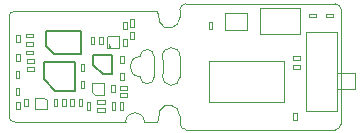
<source format=gbr>
%TF.GenerationSoftware,KiCad,Pcbnew,5.1.5+dfsg1-2~bpo10+1*%
%TF.CreationDate,2020-05-22T12:44:22+02:00*%
%TF.ProjectId,qomu-board,716f6d75-2d62-46f6-9172-642e6b696361,rev?*%
%TF.SameCoordinates,Original*%
%TF.FileFunction,Other,Fab,Bot*%
%FSLAX46Y46*%
G04 Gerber Fmt 4.6, Leading zero omitted, Abs format (unit mm)*
G04 Created by KiCad (PCBNEW 5.1.5+dfsg1-2~bpo10+1) date 2020-05-22 12:44:22 commit 5cfbf1f*
%MOMM*%
%LPD*%
G04 APERTURE LIST*
%ADD10C,0.050000*%
%ADD11C,0.010000*%
%ADD12C,0.100000*%
%ADD13C,0.150000*%
G04 APERTURE END LIST*
D10*
X45150000Y-26630000D02*
G75*
G02X44650000Y-27130000I-500000J0D01*
G01*
X44650000Y-16480000D02*
G75*
G02X45150000Y-16980000I0J-500000D01*
G01*
X31515000Y-22680000D02*
X31515000Y-20920000D01*
X29744948Y-25590113D02*
G75*
G02X31492032Y-25994015I831536J-383648D01*
G01*
X30015000Y-22610000D02*
G75*
G03X31515000Y-22680000I750000J-35000D01*
G01*
X30015000Y-21130000D02*
X30015000Y-20990000D01*
X29745000Y-18010000D02*
G75*
G03X31492032Y-17605985I831484J383761D01*
G01*
X17525000Y-17100000D02*
X29525000Y-17100000D01*
X31492032Y-17605985D02*
X31500000Y-16980000D01*
X31500000Y-26630000D02*
X31492032Y-25994015D01*
X30015000Y-20990000D02*
G75*
G02X31515000Y-20920000I750000J35000D01*
G01*
X45150000Y-26630000D02*
X45150000Y-16980000D01*
X32000000Y-27130000D02*
X44650000Y-27130000D01*
X32000000Y-16480000D02*
X44650000Y-16480000D01*
X31500000Y-26630000D02*
G75*
G03X32000000Y-27130000I500000J0D01*
G01*
X31500000Y-16980000D02*
G75*
G02X32000000Y-16480000I500000J0D01*
G01*
X17025000Y-26000000D02*
G75*
G03X17525000Y-26500000I500000J0D01*
G01*
D11*
X29325000Y-22650000D02*
G75*
G02X28125000Y-22650000I-600000J0D01*
G01*
X29325000Y-20950000D02*
G75*
G03X28125000Y-20950000I-600000J0D01*
G01*
X28125000Y-20950000D02*
G75*
G03X28125000Y-22650000I0J-850000D01*
G01*
D10*
X28500000Y-26500000D02*
G75*
G03X26900000Y-26500000I-800000J0D01*
G01*
X28500000Y-26500000D02*
X29525000Y-26500000D01*
D11*
X29325000Y-20950000D02*
X29325000Y-22650000D01*
D10*
X17525000Y-17100000D02*
G75*
G03X17025000Y-17600000I0J-500000D01*
G01*
X17025000Y-17600000D02*
X17025000Y-26000000D01*
X17525000Y-26500000D02*
X26900000Y-26500000D01*
X30025000Y-21800000D02*
X30025000Y-21670000D01*
X30025000Y-21670000D02*
X30025000Y-21530000D01*
X30025000Y-21530000D02*
X30025000Y-21400000D01*
X30025000Y-21400000D02*
X30025000Y-21260000D01*
X30025000Y-21260000D02*
X30015000Y-21130000D01*
X29745000Y-18010000D02*
X29735000Y-17910000D01*
X29735000Y-17910000D02*
X29715000Y-17820000D01*
X29715000Y-17820000D02*
X29695000Y-17720000D01*
X29695000Y-17720000D02*
X29675000Y-17640000D01*
X29675000Y-17640000D02*
X29655000Y-17550000D01*
X29655000Y-17550000D02*
X29645000Y-17460000D01*
X29645000Y-17460000D02*
X29625000Y-17380000D01*
X29625000Y-17380000D02*
X29605000Y-17300000D01*
X29605000Y-17300000D02*
X29585000Y-17230000D01*
X29585000Y-17230000D02*
X29555000Y-17150000D01*
X29555000Y-17150000D02*
X29525000Y-17100000D01*
X29525000Y-26500000D02*
X29555000Y-26450000D01*
X29555000Y-26450000D02*
X29585000Y-26370000D01*
X29585000Y-26370000D02*
X29605000Y-26300000D01*
X29605000Y-26300000D02*
X29625000Y-26220000D01*
X29625000Y-26220000D02*
X29645000Y-26140000D01*
X29645000Y-26140000D02*
X29655000Y-26050000D01*
X29655000Y-26050000D02*
X29675000Y-25960000D01*
X29675000Y-25960000D02*
X29695000Y-25880000D01*
X29695000Y-25880000D02*
X29715000Y-25780000D01*
X29715000Y-25780000D02*
X29735000Y-25690000D01*
X29735000Y-25690000D02*
X29745000Y-25590000D01*
X30015000Y-22610000D02*
X30015000Y-22470000D01*
X30015000Y-22470000D02*
X30025000Y-22340000D01*
X30025000Y-22340000D02*
X30025000Y-22200000D01*
X30025000Y-22200000D02*
X30025000Y-22070000D01*
X30025000Y-22070000D02*
X30025000Y-21930000D01*
X30025000Y-21930000D02*
X30025000Y-21800000D01*
D12*
X21120000Y-24570000D02*
X20820000Y-24570000D01*
X20820000Y-24570000D02*
X20820000Y-25170000D01*
X20820000Y-25170000D02*
X21120000Y-25170000D01*
X21120000Y-25170000D02*
X21120000Y-24570000D01*
X23220000Y-24570000D02*
X22920000Y-24570000D01*
X22920000Y-24570000D02*
X22920000Y-25170000D01*
X22920000Y-25170000D02*
X23220000Y-25170000D01*
X23220000Y-25170000D02*
X23220000Y-24570000D01*
D13*
X20850000Y-20745000D02*
X20150000Y-20045000D01*
X20150000Y-20045000D02*
X20150000Y-18745000D01*
X20150000Y-18745000D02*
X23150000Y-18745000D01*
X23150000Y-18745000D02*
X23150000Y-20745000D01*
X23150000Y-20745000D02*
X20850000Y-20745000D01*
D12*
X21520000Y-24570000D02*
X21520000Y-25170000D01*
X21820000Y-24570000D02*
X21520000Y-24570000D01*
X21820000Y-25170000D02*
X21820000Y-24570000D01*
X21520000Y-25170000D02*
X21820000Y-25170000D01*
X22220000Y-24570000D02*
X22220000Y-25170000D01*
X22520000Y-24570000D02*
X22220000Y-24570000D01*
X22520000Y-25170000D02*
X22520000Y-24570000D01*
X22220000Y-25170000D02*
X22520000Y-25170000D01*
D10*
X25300000Y-19267800D02*
X25367800Y-19200000D01*
X26350000Y-20250000D02*
X26350000Y-19200000D01*
X25300000Y-20250000D02*
X26350000Y-20250000D01*
X25300000Y-19267800D02*
X25300000Y-20250000D01*
X26350000Y-19200000D02*
X25367800Y-19200000D01*
D12*
X42200000Y-18860000D02*
X44800000Y-18860000D01*
X44800000Y-18860000D02*
X44800000Y-25560000D01*
X42200000Y-25560000D02*
X44800000Y-25560000D01*
X42200000Y-18860000D02*
X42200000Y-25560000D01*
X44800000Y-23660000D02*
X46300000Y-23660000D01*
X44800000Y-22360000D02*
X46300000Y-22360000D01*
X46300000Y-22360000D02*
X46300000Y-23660000D01*
X37150000Y-18670000D02*
X37150000Y-17270000D01*
X37150000Y-18670000D02*
X35350000Y-18670000D01*
X35350000Y-17270000D02*
X37150000Y-17270000D01*
X35350000Y-17270000D02*
X35350000Y-18670000D01*
D13*
X25750000Y-22440000D02*
X24950000Y-22440000D01*
X25750000Y-20840000D02*
X25750000Y-22440000D01*
X24150000Y-20840000D02*
X25750000Y-20840000D01*
X24150000Y-21640000D02*
X24150000Y-20840000D01*
X24950000Y-22440000D02*
X24150000Y-21640000D01*
D12*
X41050000Y-21670000D02*
X41050000Y-21970000D01*
X41050000Y-21970000D02*
X41650000Y-21970000D01*
X41650000Y-21970000D02*
X41650000Y-21670000D01*
X41650000Y-21670000D02*
X41050000Y-21670000D01*
X41050000Y-20920000D02*
X41050000Y-21220000D01*
X41050000Y-21220000D02*
X41650000Y-21220000D01*
X41650000Y-21220000D02*
X41650000Y-20920000D01*
X41650000Y-20920000D02*
X41050000Y-20920000D01*
X33925000Y-24785000D02*
X40275000Y-24785000D01*
X40275000Y-24785000D02*
X40275000Y-21355000D01*
X33925000Y-24785000D02*
X33925000Y-21355000D01*
X33925000Y-21355000D02*
X40275000Y-21355000D01*
X41700000Y-16870000D02*
X38240000Y-16870000D01*
X38240000Y-16870000D02*
X38240000Y-19070000D01*
X41700000Y-19070000D02*
X38240000Y-19070000D01*
X41700000Y-16870000D02*
X41700000Y-19070000D01*
X25120000Y-24940000D02*
X25120000Y-24640000D01*
X25120000Y-24640000D02*
X24520000Y-24640000D01*
X24520000Y-24640000D02*
X24520000Y-24940000D01*
X24520000Y-24940000D02*
X25120000Y-24940000D01*
X19140000Y-21459000D02*
X19140000Y-21159000D01*
X19140000Y-21159000D02*
X18540000Y-21159000D01*
X18540000Y-21159000D02*
X18540000Y-21459000D01*
X18540000Y-21459000D02*
X19140000Y-21459000D01*
X17600000Y-24179000D02*
X17900000Y-24179000D01*
X17900000Y-24179000D02*
X17900000Y-23579000D01*
X17900000Y-23579000D02*
X17600000Y-23579000D01*
X17600000Y-23579000D02*
X17600000Y-24179000D01*
X17600000Y-22769000D02*
X17900000Y-22769000D01*
X17900000Y-22769000D02*
X17900000Y-22169000D01*
X17900000Y-22169000D02*
X17600000Y-22169000D01*
X17600000Y-22169000D02*
X17600000Y-22769000D01*
X19210000Y-24419000D02*
X19210000Y-25419000D01*
X19960000Y-24419000D02*
X19210000Y-24419000D01*
X20210000Y-24669000D02*
X19960000Y-24419000D01*
X20210000Y-25419000D02*
X20210000Y-24669000D01*
X19210000Y-25419000D02*
X20210000Y-25419000D01*
X25075000Y-24190000D02*
X25075000Y-23190000D01*
X24325000Y-24190000D02*
X25075000Y-24190000D01*
X24075000Y-23940000D02*
X24325000Y-24190000D01*
X24075000Y-23190000D02*
X24075000Y-23940000D01*
X25075000Y-23190000D02*
X24075000Y-23190000D01*
X27000000Y-19469000D02*
X26700000Y-19469000D01*
X26700000Y-19469000D02*
X26700000Y-20069000D01*
X26700000Y-20069000D02*
X27000000Y-20069000D01*
X27000000Y-20069000D02*
X27000000Y-19469000D01*
X27000000Y-18589000D02*
X27000000Y-17989000D01*
X26700000Y-18589000D02*
X27000000Y-18589000D01*
X26700000Y-17989000D02*
X26700000Y-18589000D01*
X27000000Y-17989000D02*
X26700000Y-17989000D01*
X24950000Y-19309000D02*
X24650000Y-19309000D01*
X24650000Y-19309000D02*
X24650000Y-19909000D01*
X24650000Y-19909000D02*
X24950000Y-19909000D01*
X24950000Y-19909000D02*
X24950000Y-19309000D01*
X43900000Y-17320000D02*
X43900000Y-17620000D01*
X43900000Y-17620000D02*
X44500000Y-17620000D01*
X44500000Y-17620000D02*
X44500000Y-17320000D01*
X44500000Y-17320000D02*
X43900000Y-17320000D01*
X43000000Y-17620000D02*
X43000000Y-17320000D01*
X43000000Y-17320000D02*
X42400000Y-17320000D01*
X42400000Y-17320000D02*
X42400000Y-17620000D01*
X42400000Y-17620000D02*
X43000000Y-17620000D01*
X19040000Y-20039000D02*
X19040000Y-19739000D01*
X19040000Y-19739000D02*
X18440000Y-19739000D01*
X18440000Y-19739000D02*
X18440000Y-20039000D01*
X18440000Y-20039000D02*
X19040000Y-20039000D01*
X19040000Y-19329000D02*
X19040000Y-19029000D01*
X19040000Y-19029000D02*
X18440000Y-19029000D01*
X18440000Y-19029000D02*
X18440000Y-19329000D01*
X18440000Y-19329000D02*
X19040000Y-19329000D01*
X19040000Y-20749000D02*
X19040000Y-20449000D01*
X19040000Y-20449000D02*
X18440000Y-20449000D01*
X18440000Y-20449000D02*
X18440000Y-20749000D01*
X18440000Y-20749000D02*
X19040000Y-20749000D01*
X26730000Y-20919000D02*
X26430000Y-20919000D01*
X26430000Y-20919000D02*
X26430000Y-21519000D01*
X26430000Y-21519000D02*
X26730000Y-21519000D01*
X26730000Y-21519000D02*
X26730000Y-20919000D01*
X41100000Y-26320000D02*
X41400000Y-26320000D01*
X41400000Y-26320000D02*
X41400000Y-25720000D01*
X41400000Y-25720000D02*
X41100000Y-25720000D01*
X41100000Y-25720000D02*
X41100000Y-26320000D01*
X25120000Y-25640000D02*
X25120000Y-25340000D01*
X25120000Y-25340000D02*
X24520000Y-25340000D01*
X24520000Y-25340000D02*
X24520000Y-25640000D01*
X24520000Y-25640000D02*
X25120000Y-25640000D01*
X26020000Y-24840000D02*
X25720000Y-24840000D01*
X25720000Y-24840000D02*
X25720000Y-25440000D01*
X25720000Y-25440000D02*
X26020000Y-25440000D01*
X26020000Y-25440000D02*
X26020000Y-24840000D01*
X26720000Y-24840000D02*
X26420000Y-24840000D01*
X26420000Y-24840000D02*
X26420000Y-25440000D01*
X26420000Y-25440000D02*
X26720000Y-25440000D01*
X26720000Y-25440000D02*
X26720000Y-24840000D01*
X23920000Y-24840000D02*
X23620000Y-24840000D01*
X23620000Y-24840000D02*
X23620000Y-25440000D01*
X23620000Y-25440000D02*
X23920000Y-25440000D01*
X23920000Y-25440000D02*
X23920000Y-24840000D01*
X17610000Y-19709000D02*
X17930000Y-19709000D01*
X17610000Y-19089000D02*
X17610000Y-19709000D01*
X17930000Y-19089000D02*
X17610000Y-19089000D01*
X17930000Y-19709000D02*
X17930000Y-19089000D01*
X17940000Y-20709000D02*
X17620000Y-20709000D01*
X17940000Y-21329000D02*
X17940000Y-20709000D01*
X17620000Y-21329000D02*
X17940000Y-21329000D01*
X17620000Y-20709000D02*
X17620000Y-21329000D01*
X17970000Y-24809000D02*
X17650000Y-24809000D01*
X17970000Y-25429000D02*
X17970000Y-24809000D01*
X17650000Y-25429000D02*
X17970000Y-25429000D01*
X17650000Y-24809000D02*
X17650000Y-25429000D01*
X27040000Y-24340000D02*
X27040000Y-24020000D01*
X26420000Y-24340000D02*
X27040000Y-24340000D01*
X26420000Y-24020000D02*
X26420000Y-24340000D01*
X27040000Y-24020000D02*
X26420000Y-24020000D01*
X27290000Y-19469000D02*
X27610000Y-19469000D01*
X27290000Y-18849000D02*
X27290000Y-19469000D01*
X27610000Y-18849000D02*
X27290000Y-18849000D01*
X27610000Y-19469000D02*
X27610000Y-18849000D01*
X27030000Y-23800000D02*
X27030000Y-23480000D01*
X26410000Y-23800000D02*
X27030000Y-23800000D01*
X26410000Y-23480000D02*
X26410000Y-23800000D01*
X27030000Y-23480000D02*
X26410000Y-23480000D01*
X27610000Y-17799000D02*
X27290000Y-17799000D01*
X27610000Y-18419000D02*
X27610000Y-17799000D01*
X27290000Y-18419000D02*
X27610000Y-18419000D01*
X27290000Y-17799000D02*
X27290000Y-18419000D01*
X34250000Y-18020000D02*
X33950000Y-18020000D01*
X33950000Y-18020000D02*
X33950000Y-18620000D01*
X33950000Y-18620000D02*
X34250000Y-18620000D01*
X34250000Y-18620000D02*
X34250000Y-18020000D01*
X23100000Y-22204000D02*
X23400000Y-22204000D01*
X23400000Y-22204000D02*
X23400000Y-21604000D01*
X23400000Y-21604000D02*
X23100000Y-21604000D01*
X23100000Y-21604000D02*
X23100000Y-22204000D01*
X23400000Y-23045000D02*
X23100000Y-23045000D01*
X23100000Y-23045000D02*
X23100000Y-23645000D01*
X23100000Y-23645000D02*
X23400000Y-23645000D01*
X23400000Y-23645000D02*
X23400000Y-23045000D01*
X24250000Y-19309000D02*
X23950000Y-19309000D01*
X23950000Y-19309000D02*
X23950000Y-19909000D01*
X23950000Y-19909000D02*
X24250000Y-19909000D01*
X24250000Y-19909000D02*
X24250000Y-19309000D01*
X26430000Y-22959000D02*
X26730000Y-22959000D01*
X26730000Y-22959000D02*
X26730000Y-22359000D01*
X26730000Y-22359000D02*
X26430000Y-22359000D01*
X26430000Y-22359000D02*
X26430000Y-22959000D01*
X19140000Y-22169000D02*
X19140000Y-21869000D01*
X19140000Y-21869000D02*
X18540000Y-21869000D01*
X18540000Y-21869000D02*
X18540000Y-22169000D01*
X18540000Y-22169000D02*
X19140000Y-22169000D01*
X25690000Y-23940000D02*
X25990000Y-23940000D01*
X25990000Y-23940000D02*
X25990000Y-23340000D01*
X25990000Y-23340000D02*
X25690000Y-23340000D01*
X25690000Y-23340000D02*
X25690000Y-23940000D01*
X18600000Y-24570000D02*
X18300000Y-24570000D01*
X18300000Y-24570000D02*
X18300000Y-25170000D01*
X18300000Y-25170000D02*
X18600000Y-25170000D01*
X18600000Y-25170000D02*
X18600000Y-24570000D01*
D13*
X20957000Y-23856000D02*
X19957000Y-22856000D01*
X19957000Y-22856000D02*
X19957000Y-21434000D01*
X19957000Y-21434000D02*
X22613000Y-21434000D01*
X22613000Y-21434000D02*
X22613000Y-23856000D01*
X22613000Y-23856000D02*
X20957000Y-23856000D01*
D10*
X25567819Y-20063133D02*
X25472580Y-20063133D01*
X25586866Y-20120276D02*
X25520200Y-19920276D01*
X25453533Y-20120276D01*
M02*

</source>
